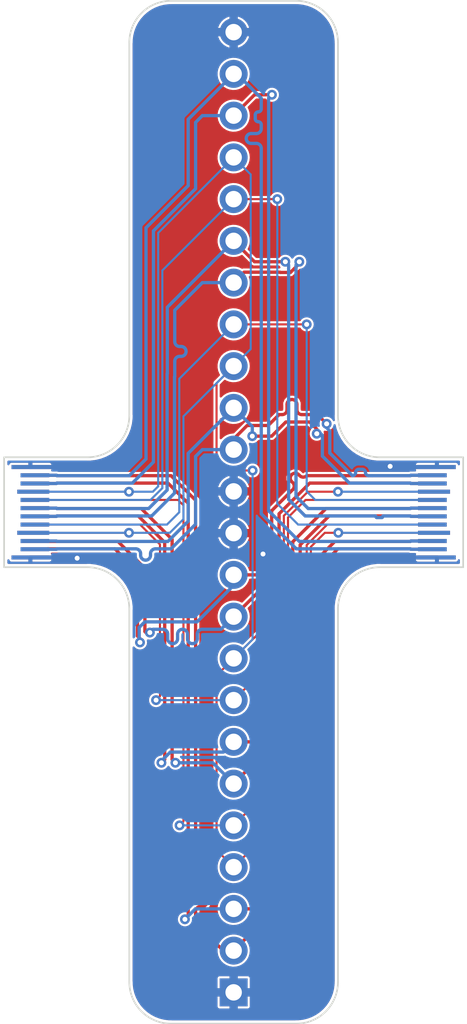
<source format=kicad_pcb>
(kicad_pcb (version 20210424) (generator pcbnew)
  (layers (0 "F.Cu" signal) (31 "B.Cu" signal) (34 "B.Paste" user) (35 "F.Paste" user) (36 "B.SilkS" user "B.Silkscreen") (37 "F.SilkS" user "F.Silkscreen") (38 "B.Mask" user) (39 "F.Mask" user) (44 "Edge.Cuts" user))
  (net 0 "")
  (net 1 "GND")
  (net 2 "/A3_A2_TX1+")
  (net 3 "/A3_A2_TX1-")
  (net 4 "VBUS")
  (net 5 "/A5_CC1")
  (net 6 "/A7_A6_D+")
  (net 7 "/A7_A6_D-")
  (net 8 "/A8_SBU1")
  (net 9 "/A10_A11_RX2-")
  (net 10 "/A10_A11_RX2+")
  (net 11 "/B3_B2_TX2+")
  (net 12 "/B3_B2_TX2-")
  (net 13 "/B5_CC2")
  (net 14 "/B7_B6_D+")
  (net 15 "/B7_B6_D-")
  (net 16 "/B8_SBU2")
  (net 17 "/B10_B11_RX1-")
  (net 18 "/B10_B11_RX1+")
  (footprint "Connector_PinHeader_2.54mm:PinHeader_1x24_P2.54mm_Vertical" (layer "F.Cu") (at 154.94 123.19 180)
    (fp_text reference "J3" hide)
    (fp_text value "Conn_01x24_Male" hide)
    (pad "1" thru_hole rect locked (at 0 0 180) (size 1.7 1.7) (drill 1) (layers *.Cu *.Mask) (net 1 "GND"))
    (pad "2" thru_hole oval locked (at 0 2.54 180) (size 1.7 1.7) (drill 1) (layers *.Cu *.Mask) (net 2 "/A3_A2_TX1+"))
    (pad "3" thru_hole oval locked (at 0 5.08 180) (size 1.7 1.7) (drill 1) (layers *.Cu *.Mask) (net 3 "/A3_A2_TX1-"))
    (pad "4" thru_hole oval locked (at 0 7.62 180) (size 1.7 1.7) (drill 1) (layers *.Cu *.Mask) (net 4 "VBUS"))
    (pad "5" thru_hole oval locked (at 0 10.16 180) (size 1.7 1.7) (drill 1) (layers *.Cu *.Mask) (net 5 "/A5_CC1"))
    (pad "6" thru_hole oval locked (at 0 12.7 180) (size 1.7 1.7) (drill 1) (layers *.Cu *.Mask) (net 6 "/A7_A6_D+"))
    (pad "7" thru_hole oval locked (at 0 15.24 180) (size 1.7 1.7) (drill 1) (layers *.Cu *.Mask) (net 7 "/A7_A6_D-"))
    (pad "8" thru_hole oval locked (at 0 17.78 180) (size 1.7 1.7) (drill 1) (layers *.Cu *.Mask) (net 8 "/A8_SBU1"))
    (pad "9" thru_hole oval locked (at 0 20.32 180) (size 1.7 1.7) (drill 1) (layers *.Cu *.Mask) (net 4 "VBUS"))
    (pad "10" thru_hole oval locked (at 0 22.86 180) (size 1.7 1.7) (drill 1) (layers *.Cu *.Mask) (net 9 "/A10_A11_RX2-"))
    (pad "11" thru_hole oval locked (at 0 25.4 180) (size 1.7 1.7) (drill 1) (layers *.Cu *.Mask) (net 10 "/A10_A11_RX2+"))
    (pad "12" thru_hole oval locked (at 0 27.94 180) (size 1.7 1.7) (drill 1) (layers *.Cu *.Mask) (net 1 "GND"))
    (pad "13" thru_hole oval locked (at 0 30.48 180) (size 1.7 1.7) (drill 1) (layers *.Cu *.Mask) (net 1 "GND"))
    (pad "14" thru_hole oval locked (at 0 33.02 180) (size 1.7 1.7) (drill 1) (layers *.Cu *.Mask) (net 11 "/B3_B2_TX2+"))
    (pad "15" thru_hole oval locked (at 0 35.56 180) (size 1.7 1.7) (drill 1) (layers *.Cu *.Mask) (net 12 "/B3_B2_TX2-"))
    (pad "16" thru_hole oval locked (at 0 38.1 180) (size 1.7 1.7) (drill 1) (layers *.Cu *.Mask) (net 4 "VBUS"))
    (pad "17" thru_hole oval locked (at 0 40.64 180) (size 1.7 1.7) (drill 1) (layers *.Cu *.Mask) (net 13 "/B5_CC2"))
    (pad "18" thru_hole oval locked (at 0 43.18 180) (size 1.7 1.7) (drill 1) (layers *.Cu *.Mask) (net 14 "/B7_B6_D+"))
    (pad "19" thru_hole oval locked (at 0 45.72 180) (size 1.7 1.7) (drill 1) (layers *.Cu *.Mask) (net 15 "/B7_B6_D-"))
    (pad "20" thru_hole oval locked (at 0 48.26 180) (size 1.7 1.7) (drill 1) (layers *.Cu *.Mask) (net 16 "/B8_SBU2"))
    (pad "21" thru_hole oval locked (at 0 50.8 180) (size 1.7 1.7) (drill 1) (layers *.Cu *.Mask) (net 4 "VBUS"))
    (pad "22" thru_hole oval locked (at 0 53.34 180) (size 1.7 1.7) (drill 1) (layers *.Cu *.Mask) (net 17 "/B10_B11_RX1-"))
    (pad "23" thru_hole oval locked (at 0 55.88 180) (size 1.7 1.7) (drill 1) (layers *.Cu *.Mask) (net 18 "/B10_B11_RX1+"))
    (pad "24" thru_hole oval locked (at 0 58.42 180) (size 1.7 1.7) (drill 1) (layers *.Cu *.Mask) (net 1 "GND"))
  )
  (footprint "FUSB301:USB_C_Receptable_PCB" (layer "F.Cu") (at 168.91 93.98 90)
    (fp_text reference "J1" hide)
    (fp_text value "USB_C_Receptacle" hide)
    (pad "A1" smd rect (at -2.75 -1.875 270) (size 0.25 2.3) (drill (offset 0 -0.275)) (layers "F.Cu" "F.Paste" "F.Mask") (net 1 "GND"))
    (pad "A2" smd rect (at -2.25 -1.875 270) (size 0.25 1.75) (layers "F.Cu" "F.Paste" "F.Mask") (net 2 "/A3_A2_TX1+"))
    (pad "A3" smd rect (at -1.75 -1.875 270) (size 0.25 1.75) (layers "F.Cu" "F.Paste" "F.Mask") (net 3 "/A3_A2_TX1-"))
    (pad "A4" smd rect (at -1.25 -1.875 270) (size 0.25 1.95) (drill (offset 0 -0.1)) (layers "F.Cu" "F.Paste" "F.Mask") (net 4 "VBUS"))
    (pad "A5" smd rect (at -0.75 -1.875 270) (size 0.25 1.75) (layers "F.Cu" "F.Paste" "F.Mask") (net 5 "/A5_CC1"))
    (pad "A6" smd rect (at -0.25 -1.875 270) (size 0.25 1.75) (layers "F.Cu" "F.Paste" "F.Mask") (net 6 "/A7_A6_D+"))
    (pad "A7" smd rect (at 0.25 -1.875 270) (size 0.25 1.75) (layers "F.Cu" "F.Paste" "F.Mask") (net 7 "/A7_A6_D-"))
    (pad "A8" smd rect (at 0.75 -1.875 270) (size 0.25 1.75) (layers "F.Cu" "F.Paste" "F.Mask") (net 8 "/A8_SBU1"))
    (pad "A9" smd rect (at 1.25 -1.875 270) (size 0.25 1.95) (drill (offset 0 -0.1)) (layers "F.Cu" "F.Paste" "F.Mask") (net 4 "VBUS"))
    (pad "A10" smd rect (at 1.75 -1.875 270) (size 0.25 1.75) (layers "F.Cu" "F.Paste" "F.Mask") (net 9 "/A10_A11_RX2-"))
    (pad "A11" smd rect (at 2.25 -1.875 270) (size 0.25 1.75) (layers "F.Cu" "F.Paste" "F.Mask") (net 10 "/A10_A11_RX2+"))
    (pad "A12" smd rect (at 2.75 -1.875 270) (size 0.25 2.3) (drill (offset 0 -0.275)) (layers "F.Cu" "F.Paste" "F.Mask") (net 1 "GND"))
    (pad "B1" smd rect (at 2.75 -1.875 270) (size 0.25 2.3) (drill (offset 0 -0.275)) (layers "B.Cu" "B.Paste" "B.Mask") (net 1 "GND"))
    (pad "B2" smd rect (at 2.25 -1.875 270) (size 0.25 1.75) (layers "B.Cu" "B.Paste" "B.Mask") (net 11 "/B3_B2_TX2+"))
    (pad "B3" smd rect (at 1.75 -1.875 270) (size 0.25 1.75) (layers "B.Cu" "B.Paste" "B.Mask") (net 12 "/B3_B2_TX2-"))
    (pad "B4" smd rect (at 1.25 -1.875 270) (size 0.25 1.95) (drill (offset 0 -0.1)) (layers "B.Cu" "B.Paste" "B.Mask") (net 4 "VBUS"))
    (pad "B5" smd rect (at 0.75 -1.875 270) (size 0.25 1.75) (layers "B.Cu" "B.Paste" "B.Mask") (net 13 "/B5_CC2"))
    (pad "B6" smd rect (at 0.25 -1.875 270) (size 0.25 1.75) (layers "B.Cu" "B.Paste" "B.Mask") (net 14 "/B7_B6_D+"))
    (pad "B7" smd rect (at -0.25 -1.875 270) (size 0.25 1.75) (layers "B.Cu" "B.Paste" "B.Mask") (net 15 "/B7_B6_D-"))
    (pad "B8" smd rect (at -0.75 -1.875 270) (size 0.25 1.75) (layers "B.Cu" "B.Paste" "B.Mask") (net 16 "/B8_SBU2"))
    (pad "B9" smd rect (at -1.25 -1.875 270) (size 0.25 1.95) (drill (offset 0 -0.1)) (layers "B.Cu" "B.Paste" "B.Mask") (net 4 "VBUS"))
    (pad "B10" smd rect (at -1.75 -1.875 270) (size 0.25 1.75) (layers "B.Cu" "B.Paste" "B.Mask") (net 17 "/B10_B11_RX1-"))
    (pad "B11" smd rect (at -2.25 -1.875 270) (size 0.25 1.75) (layers "B.Cu" "B.Paste" "B.Mask") (net 18 "/B10_B11_RX1+"))
    (pad "B12" smd rect (at -2.75 -1.875 270) (size 0.25 2.3) (drill (offset 0 -0.275)) (layers "B.Cu" "B.Paste" "B.Mask") (net 1 "GND"))
  )
  (footprint "FUSB301:USB_C_Receptable_PCB" (layer "F.Cu") (at 140.97 93.98 -90)
    (fp_text reference "J2" hide)
    (fp_text value "USB_C_Receptacle" hide)
    (pad "A1" smd rect (at -2.75 -1.875 90) (size 0.25 2.3) (drill (offset 0 -0.275)) (layers "F.Cu" "F.Paste" "F.Mask") (net 1 "GND"))
    (pad "A2" smd rect (at -2.25 -1.875 90) (size 0.25 1.75) (layers "F.Cu" "F.Paste" "F.Mask") (net 2 "/A3_A2_TX1+"))
    (pad "A3" smd rect (at -1.75 -1.875 90) (size 0.25 1.75) (layers "F.Cu" "F.Paste" "F.Mask") (net 3 "/A3_A2_TX1-"))
    (pad "A4" smd rect (at -1.25 -1.875 90) (size 0.25 1.95) (drill (offset 0 -0.1)) (layers "F.Cu" "F.Paste" "F.Mask") (net 4 "VBUS"))
    (pad "A5" smd rect (at -0.75 -1.875 90) (size 0.25 1.75) (layers "F.Cu" "F.Paste" "F.Mask") (net 5 "/A5_CC1"))
    (pad "A6" smd rect (at -0.25 -1.875 90) (size 0.25 1.75) (layers "F.Cu" "F.Paste" "F.Mask") (net 6 "/A7_A6_D+"))
    (pad "A7" smd rect (at 0.25 -1.875 90) (size 0.25 1.75) (layers "F.Cu" "F.Paste" "F.Mask") (net 7 "/A7_A6_D-"))
    (pad "A8" smd rect (at 0.75 -1.875 90) (size 0.25 1.75) (layers "F.Cu" "F.Paste" "F.Mask") (net 8 "/A8_SBU1"))
    (pad "A9" smd rect (at 1.25 -1.875 90) (size 0.25 1.95) (drill (offset 0 -0.1)) (layers "F.Cu" "F.Paste" "F.Mask") (net 4 "VBUS"))
    (pad "A10" smd rect (at 1.75 -1.875 90) (size 0.25 1.75) (layers "F.Cu" "F.Paste" "F.Mask") (net 9 "/A10_A11_RX2-"))
    (pad "A11" smd rect (at 2.25 -1.875 90) (size 0.25 1.75) (layers "F.Cu" "F.Paste" "F.Mask") (net 10 "/A10_A11_RX2+"))
    (pad "A12" smd rect (at 2.75 -1.875 90) (size 0.25 2.3) (drill (offset 0 -0.275)) (layers "F.Cu" "F.Paste" "F.Mask") (net 1 "GND"))
    (pad "B1" smd rect (at 2.75 -1.875 90) (size 0.25 2.3) (drill (offset 0 -0.275)) (layers "B.Cu" "B.Paste" "B.Mask") (net 1 "GND"))
    (pad "B2" smd rect (at 2.25 -1.875 90) (size 0.25 1.75) (layers "B.Cu" "B.Paste" "B.Mask") (net 11 "/B3_B2_TX2+"))
    (pad "B3" smd rect (at 1.75 -1.875 90) (size 0.25 1.75) (layers "B.Cu" "B.Paste" "B.Mask") (net 12 "/B3_B2_TX2-"))
    (pad "B4" smd rect (at 1.25 -1.875 90) (size 0.25 1.95) (drill (offset 0 -0.1)) (layers "B.Cu" "B.Paste" "B.Mask") (net 4 "VBUS"))
    (pad "B5" smd rect (at 0.75 -1.875 90) (size 0.25 1.75) (layers "B.Cu" "B.Paste" "B.Mask") (net 13 "/B5_CC2"))
    (pad "B6" smd rect (at 0.25 -1.875 90) (size 0.25 1.75) (layers "B.Cu" "B.Paste" "B.Mask") (net 14 "/B7_B6_D+"))
    (pad "B7" smd rect (at -0.25 -1.875 90) (size 0.25 1.75) (layers "B.Cu" "B.Paste" "B.Mask") (net 15 "/B7_B6_D-"))
    (pad "B8" smd rect (at -0.75 -1.875 90) (size 0.25 1.75) (layers "B.Cu" "B.Paste" "B.Mask") (net 16 "/B8_SBU2"))
    (pad "B9" smd rect (at -1.25 -1.875 90) (size 0.25 1.95) (drill (offset 0 -0.1)) (layers "B.Cu" "B.Paste" "B.Mask") (net 4 "VBUS"))
    (pad "B10" smd rect (at -1.75 -1.875 90) (size 0.25 1.75) (layers "B.Cu" "B.Paste" "B.Mask") (net 17 "/B10_B11_RX1-"))
    (pad "B11" smd rect (at -2.25 -1.875 90) (size 0.25 1.75) (layers "B.Cu" "B.Paste" "B.Mask") (net 18 "/B10_B11_RX1+"))
    (pad "B12" smd rect (at -2.75 -1.875 90) (size 0.25 2.3) (drill (offset 0 -0.275)) (layers "B.Cu" "B.Paste" "B.Mask") (net 1 "GND"))
  )
  (gr_arc (start 146.05 99.865002) (end 148.59 99.865002) (angle -90) (layer "Edge.Cuts") (width 0.1))
  (gr_arc (start 146.05 88.094998) (end 146.05 90.634998) (angle -90) (layer "Edge.Cuts") (width 0.1))
  (gr_line (start 148.59 88.094998) (end 148.59 65.405) (layer "Edge.Cuts") (width 0.1))
  (gr_arc (start 158.75 122.555) (end 158.75 125.095) (angle -90) (layer "Edge.Cuts") (width 0.1))
  (gr_line (start 140.97 97.325) (end 140.97 90.635) (layer "Edge.Cuts") (width 0.1))
  (gr_line (start 161.29 99.865002) (end 161.29 122.555) (layer "Edge.Cuts") (width 0.1))
  (gr_arc (start 163.83 99.865002) (end 163.83 97.325002) (angle -90) (layer "Edge.Cuts") (width 0.1))
  (gr_arc (start 163.83 88.094998) (end 161.29 88.094998) (angle -90) (layer "Edge.Cuts") (width 0.1))
  (gr_arc (start 151.13 122.555) (end 148.59 122.555) (angle -90) (layer "Edge.Cuts") (width 0.1))
  (gr_line (start 148.59 122.555) (end 148.59 99.865002) (layer "Edge.Cuts") (width 0.1))
  (gr_line (start 168.91 90.635) (end 168.91 97.325) (layer "Edge.Cuts") (width 0.1))
  (gr_line (start 140.97 90.635) (end 146.05 90.634998) (layer "Edge.Cuts") (width 0.1))
  (gr_line (start 146.05 97.325002) (end 140.97 97.325) (layer "Edge.Cuts") (width 0.1))
  (gr_arc (start 158.75 65.405) (end 161.29 65.405) (angle -90) (layer "Edge.Cuts") (width 0.1))
  (gr_line (start 168.91 97.325) (end 163.83 97.325002) (layer "Edge.Cuts") (width 0.1))
  (gr_arc (start 151.13 65.405) (end 151.13 62.865) (angle -90) (layer "Edge.Cuts") (width 0.1))
  (gr_line (start 158.75 125.095) (end 151.13 125.095) (layer "Edge.Cuts") (width 0.1))
  (gr_line (start 163.83 90.634998) (end 168.91 90.635) (layer "Edge.Cuts") (width 0.1))
  (gr_line (start 161.29 65.405) (end 161.29 88.094998) (layer "Edge.Cuts") (width 0.1))
  (gr_line (start 151.13 62.865) (end 158.75 62.865) (layer "Edge.Cuts") (width 0.1))
  (via (at 164.465 91.186) (size 0.6) (drill 0.3) (layers "F.Cu" "B.Cu") (net 1))
  (via (at 156.7285 96.52) (size 0.6) (drill 0.3) (layers "F.Cu" "B.Cu") (net 1))
  (via (at 145.415 96.774) (size 0.6) (drill 0.3) (layers "F.Cu" "B.Cu") (net 1))
  (segment (start 144.182501 91.755) (end 151.1282 91.755) (width 0.2) (layer "F.Cu") (net 2))
  (segment (start 144.157501 91.73) (end 144.182501 91.755) (width 0.2) (layer "F.Cu") (net 2))
  (segment (start 151.1282 91.755) (end 152.625001 93.251801) (width 0.2) (layer "F.Cu") (net 2))
  (segment (start 165.697499 96.205) (end 161.2882 96.205) (width 0.2) (layer "F.Cu") (net 2))
  (segment (start 161.2882 96.205) (end 160.37852 97.11468) (width 0.2) (layer "F.Cu") (net 2))
  (segment (start 152.625001 118.265001) (end 152.625001 118.315001) (width 0.2) (layer "F.Cu") (net 2))
  (segment (start 160.37852 115.21148) (end 154.94 120.65) (width 0.2) (layer "F.Cu") (net 2))
  (segment (start 152.625001 93.251801) (end 152.625001 117.065001) (width 0.2) (layer "F.Cu") (net 2))
  (segment (start 153.019726 117.965001) (end 152.925001 117.965001) (width 0.2) (layer "F.Cu") (net 2))
  (segment (start 142.845 91.73) (end 144.157501 91.73) (width 0.2) (layer "F.Cu") (net 2))
  (segment (start 152.625001 118.315001) (end 152.625001 118.970001) (width 0.2) (layer "F.Cu") (net 2))
  (segment (start 167.035 96.23) (end 165.722499 96.23) (width 0.2) (layer "F.Cu") (net 2))
  (segment (start 152.925001 117.365001) (end 153.019726 117.365001) (width 0.2) (layer "F.Cu") (net 2))
  (segment (start 154.305 120.65) (end 154.94 120.65) (width 0.2) (layer "F.Cu") (net 2))
  (segment (start 152.625001 118.970001) (end 154.305 120.65) (width 0.2) (layer "F.Cu") (net 2))
  (segment (start 160.37852 97.11468) (end 160.37852 115.21148) (width 0.2) (layer "F.Cu") (net 2))
  (segment (start 165.722499 96.23) (end 165.697499 96.205) (width 0.2) (layer "F.Cu") (net 2))
  (arc (start 152.625001 117.065001) (mid 152.712869 117.277133) (end 152.925001 117.365001) (width 0.2) (layer "F.Cu") (net 2))
  (arc (start 153.019726 117.365001) (mid 153.231858 117.452869) (end 153.319726 117.665001) (width 0.2) (layer "F.Cu") (net 2))
  (arc (start 152.925001 117.965001) (mid 152.712869 118.052869) (end 152.625001 118.265001) (width 0.2) (layer "F.Cu") (net 2))
  (arc (start 153.319726 117.665001) (mid 153.231858 117.877133) (end 153.019726 117.965001) (width 0.2) (layer "F.Cu") (net 2))
  (segment (start 165.722499 95.73) (end 167.035 95.73) (width 0.2) (layer "F.Cu") (net 3))
  (segment (start 159.92852 113.775083) (end 159.92852 96.92828) (width 0.2) (layer "F.Cu") (net 3))
  (segment (start 142.845 92.23) (end 144.157501 92.23) (width 0.2) (layer "F.Cu") (net 3))
  (segment (start 144.157501 92.23) (end 144.182501 92.205) (width 0.2) (layer "F.Cu") (net 3))
  (segment (start 159.92852 96.92828) (end 161.1018 95.755) (width 0.2) (layer "F.Cu") (net 3))
  (segment (start 159.538144 114.125083) (end 159.62852 114.125083) (width 0.2) (layer "F.Cu") (net 3))
  (segment (start 154.94 118.11) (end 156.843603 118.11) (width 0.2) (layer "F.Cu") (net 3))
  (segment (start 152.174999 118.545001) (end 151.975 118.745) (width 0.2) (layer "F.Cu") (net 3))
  (segment (start 165.697499 95.755) (end 165.722499 95.73) (width 0.2) (layer "F.Cu") (net 3))
  (segment (start 152.174999 93.438199) (end 152.174999 118.545001) (width 0.2) (layer "F.Cu") (net 3))
  (segment (start 159.62852 114.725083) (end 159.538144 114.725083) (width 0.2) (layer "F.Cu") (net 3))
  (segment (start 144.182501 92.205) (end 150.9418 92.205) (width 0.2) (layer "F.Cu") (net 3))
  (segment (start 150.9418 92.205) (end 152.174999 93.438199) (width 0.2) (layer "F.Cu") (net 3))
  (segment (start 161.1018 95.755) (end 165.697499 95.755) (width 0.2) (layer "F.Cu") (net 3))
  (segment (start 156.843603 118.11) (end 159.92852 115.025083) (width 0.2) (layer "F.Cu") (net 3))
  (segment (start 159.92852 113.825083) (end 159.92852 113.775083) (width 0.2) (layer "F.Cu") (net 3))
  (via (at 151.975 118.745) (size 0.6) (drill 0.3) (layers "F.Cu" "B.Cu") (net 3))
  (arc (start 159.62852 114.125083) (mid 159.840652 114.037215) (end 159.92852 113.825083) (width 0.2) (layer "F.Cu") (net 3))
  (arc (start 159.238144 114.425083) (mid 159.326012 114.212951) (end 159.538144 114.125083) (width 0.2) (layer "F.Cu") (net 3))
  (arc (start 159.92852 115.025083) (mid 159.840652 114.812951) (end 159.62852 114.725083) (width 0.2) (layer "F.Cu") (net 3))
  (arc (start 159.538144 114.725083) (mid 159.326012 114.637215) (end 159.238144 114.425083) (width 0.2) (layer "F.Cu") (net 3))
  (segment (start 152.61 118.11) (end 154.94 118.11) (width 0.2) (layer "B.Cu") (net 3))
  (segment (start 151.975 118.745) (end 152.61 118.11) (width 0.2) (layer "B.Cu") (net 3))
  (segment (start 154.670783 91.44) (end 153.899989 90.669206) (width 0.127) (layer "F.Cu") (net 4))
  (segment (start 153.899989 86.130011) (end 154.94 85.09) (width 0.127) (layer "F.Cu") (net 4))
  (segment (start 154.94 115.57) (end 153.899989 114.529989) (width 0.127) (layer "F.Cu") (net 4))
  (segment (start 167.035 92.73) (end 159.45835 92.73) (width 0.127) (layer "F.Cu") (net 4))
  (segment (start 159.63852 110.87148) (end 154.94 115.57) (width 0.127) (layer "F.Cu") (net 4))
  (segment (start 142.845 92.73) (end 148.5685 92.73) (width 0.127) (layer "F.Cu") (net 4))
  (segment (start 167.035 95.23) (end 160.491882 95.23) (width 0.127) (layer "F.Cu") (net 4))
  (segment (start 159.63852 96.083362) (end 159.63852 110.87148) (width 0.127) (layer "F.Cu") (net 4))
  (segment (start 159.45835 92.73) (end 157.99502 94.19333) (width 0.127) (layer "F.Cu") (net 4))
  (segment (start 157.99502 99.81498) (end 154.94 102.87) (width 0.127) (layer "F.Cu") (net 4))
  (segment (start 153.899989 103.910011) (end 154.94 102.87) (width 0.127) (layer "F.Cu") (net 4))
  (segment (start 160.491882 95.23) (end 159.63852 96.083362) (width 0.127) (layer "F.Cu") (net 4))
  (segment (start 153.899989 90.669206) (end 153.899989 86.130011) (width 0.127) (layer "F.Cu") (net 4))
  (segment (start 148.5685 95.23) (end 148.57 95.2285) (width 0.127) (layer "F.Cu") (net 4))
  (segment (start 142.845 95.23) (end 148.5685 95.23) (width 0.127) (layer "F.Cu") (net 4))
  (segment (start 148.5685 92.73) (end 148.57 92.7315) (width 0.127) (layer "F.Cu") (net 4))
  (segment (start 153.899989 114.529989) (end 153.899989 103.910011) (width 0.127) (layer "F.Cu") (net 4))
  (segment (start 157.99502 94.19333) (end 157.99502 99.81498) (width 0.127) (layer "F.Cu") (net 4))
  (segment (start 156.093499 91.44) (end 154.670783 91.44) (width 0.127) (layer "F.Cu") (net 4))
  (via (at 148.57 95.2285) (size 0.6) (drill 0.3) (layers "F.Cu" "B.Cu") (net 4))
  (via (at 148.57 92.7315) (size 0.6) (drill 0.3) (layers "F.Cu" "B.Cu") (net 4))
  (via (at 161.31 95.2285) (size 0.6) (drill 0.3) (layers "F.Cu" "B.Cu") (net 4))
  (via (at 161.29 92.7315) (size 0.6) (drill 0.3) (layers "F.Cu" "B.Cu") (net 4))
  (via (at 156.093499 91.44) (size 0.6) (drill 0.3) (layers "F.Cu" "B.Cu") (net 4))
  (segment (start 151.05665 95.23) (end 151.88498 94.40167) (width 0.127) (layer "B.Cu") (net 4))
  (segment (start 142.845 92.73) (end 150.023118 92.73) (width 0.127) (layer "B.Cu") (net 4))
  (segment (start 151.88498 88.14502) (end 154.94 85.09) (width 0.127) (layer "B.Cu") (net 4))
  (segment (start 151.88498 94.40167) (end 151.88498 88.14502) (width 0.127) (layer "B.Cu") (net 4))
  (segment (start 167.035 92.73) (end 161.2915 92.73) (width 0.127) (layer "B.Cu") (net 4))
  (segment (start 142.845 95.23) (end 151.05665 95.23) (width 0.127) (layer "B.Cu") (net 4))
  (segment (start 161.3115 95.23) (end 161.31 95.2285) (width 0.127) (layer "B.Cu") (net 4))
  (segment (start 155.980011 84.049989) (end 154.94 85.09) (width 0.127) (layer "B.Cu") (net 4))
  (segment (start 156.093499 101.716501) (end 156.093499 91.44) (width 0.127) (layer "B.Cu") (net 4))
  (segment (start 154.94 102.87) (end 156.093499 101.716501) (width 0.127) (layer "B.Cu") (net 4))
  (segment (start 150.023118 92.73) (end 150.347909 92.405209) (width 0.127) (layer "B.Cu") (net 4))
  (segment (start 154.94 72.39) (end 155.980011 73.430011) (width 0.127) (layer "B.Cu") (net 4))
  (segment (start 150.347909 76.982091) (end 154.94 72.39) (width 0.127) (layer "B.Cu") (net 4))
  (segment (start 155.980011 73.430011) (end 155.980011 84.049989) (width 0.127) (layer "B.Cu") (net 4))
  (segment (start 150.347909 92.405209) (end 150.347909 76.982091) (width 0.127) (layer "B.Cu") (net 4))
  (segment (start 161.2915 92.73) (end 161.29 92.7315) (width 0.127) (layer "B.Cu") (net 4))
  (segment (start 167.035 95.23) (end 161.3115 95.23) (width 0.127) (layer "B.Cu") (net 4))
  (segment (start 151.884979 112.79352) (end 151.648499 113.03) (width 0.127) (layer "F.Cu") (net 5))
  (segment (start 159.385 108.585) (end 154.94 113.03) (width 0.127) (layer "F.Cu") (net 5))
  (segment (start 160.63335 94.73) (end 159.385 95.97835) (width 0.127) (layer "F.Cu") (net 5))
  (segment (start 167.035 94.73) (end 160.63335 94.73) (width 0.127) (layer "F.Cu") (net 5))
  (segment (start 142.845 93.23) (end 151.55665 93.23) (width 0.127) (layer "F.Cu") (net 5))
  (segment (start 159.385 95.97835) (end 159.385 108.585) (width 0.127) (layer "F.Cu") (net 5))
  (segment (start 151.884979 93.558329) (end 151.884979 112.79352) (width 0.127) (layer "F.Cu") (net 5))
  (segment (start 151.55665 93.23) (end 151.884979 93.558329) (width 0.127) (layer "F.Cu") (net 5))
  (via (at 151.648499 113.03) (size 0.6) (drill 0.3) (layers "F.Cu" "B.Cu") (net 5))
  (segment (start 151.648499 113.03) (end 154.94 113.03) (width 0.127) (layer "B.Cu") (net 5))
  (segment (start 149.3182 93.755) (end 144.182501 93.755) (width 0.2) (layer "F.Cu") (net 6))
  (segment (start 151.19498 109.020001) (end 151.19498 106.74498) (width 0.2) (layer "F.Cu") (net 6))
  (segment (start 151.19498 105.54498) (end 151.19498 95.63178) (width 0.2) (layer "F.Cu") (net 6))
  (segment (start 158.98854 95.96466) (end 158.98854 106.44146) (width 0.2) (layer "F.Cu") (net 6))
  (segment (start 165.722499 94.23) (end 165.697499 94.205) (width 0.2) (layer "F.Cu") (net 6))
  (segment (start 144.182501 93.755) (end 144.157501 93.73) (width 0.2) (layer "F.Cu") (net 6))
  (segment (start 151.19498 105.90996) (end 151.19498 105.54498) (width 0.2) (layer "F.Cu") (net 6))
  (segment (start 151.19498 95.63178) (end 149.3182 93.755) (width 0.2) (layer "F.Cu") (net 6))
  (segment (start 151.394979 109.22) (end 151.19498 109.020001) (width 0.2) (layer "F.Cu") (net 6))
  (segment (start 158.98854 106.44146) (end 154.94 110.49) (width 0.2) (layer "F.Cu") (net 6))
  (segment (start 144.157501 93.73) (end 142.845 93.73) (width 0.2) (layer "F.Cu") (net 6))
  (segment (start 167.035 94.23) (end 165.722499 94.23) (width 0.2) (layer "F.Cu") (net 6))
  (segment (start 165.697499 94.205) (end 160.7482 94.205) (width 0.2) (layer "F.Cu") (net 6))
  (segment (start 151.43 106.50996) (end 151.43 106.14498) (width 0.2) (layer "F.Cu") (net 6))
  (segment (start 160.7482 94.205) (end 158.98854 95.96466) (width 0.2) (layer "F.Cu") (net 6))
  (via (at 151.394979 109.22) (size 0.6) (drill 0.3) (layers "F.Cu" "B.Cu") (net 6))
  (arc (start 151.31249 106.62747) (mid 151.395582 106.593052) (end 151.43 106.50996) (width 0.2) (layer "F.Cu") (net 6))
  (arc (start 151.19498 106.74498) (mid 151.229398 106.661888) (end 151.31249 106.62747) (width 0.2) (layer "F.Cu") (net 6))
  (arc (start 151.43 106.14498) (mid 151.395582 106.061888) (end 151.31249 106.02747) (width 0.2) (layer "F.Cu") (net 6))
  (arc (start 151.31249 106.02747) (mid 151.229398 105.993052) (end 151.19498 105.90996) (width 0.2) (layer "F.Cu") (net 6))
  (segment (start 153.67 109.22) (end 154.94 110.49) (width 0.2) (layer "B.Cu") (net 6))
  (segment (start 151.394979 109.22) (end 153.67 109.22) (width 0.2) (layer "B.Cu") (net 6))
  (segment (start 144.182501 94.205) (end 149.1318 94.205) (width 0.2) (layer "F.Cu") (net 7))
  (segment (start 150.744978 109.020001) (end 150.544979 109.22) (width 0.2) (layer "F.Cu") (net 7))
  (segment (start 160.5618 93.755) (end 165.697499 93.755) (width 0.2) (layer "F.Cu") (net 7))
  (segment (start 149.1318 94.205) (end 150.744978 95.818178) (width 0.2) (layer "F.Cu") (net 7))
  (segment (start 154.94 107.95) (end 156.843603 107.95) (width 0.2) (layer "F.Cu") (net 7))
  (segment (start 158.53854 105.005063) (end 158.53854 95.77826) (width 0.2) (layer "F.Cu") (net 7))
  (segment (start 158.53854 105.055063) (end 158.53854 105.005063) (width 0.2) (layer "F.Cu") (net 7))
  (segment (start 150.744978 95.818178) (end 150.744978 109.020001) (width 0.2) (layer "F.Cu") (net 7))
  (segment (start 165.697499 93.755) (end 165.722499 93.73) (width 0.2) (layer "F.Cu") (net 7))
  (segment (start 158.53854 95.77826) (end 160.5618 93.755) (width 0.2) (layer "F.Cu") (net 7))
  (segment (start 144.157501 94.23) (end 144.182501 94.205) (width 0.2) (layer "F.Cu") (net 7))
  (segment (start 142.845 94.23) (end 144.157501 94.23) (width 0.2) (layer "F.Cu") (net 7))
  (segment (start 158.148163 105.355063) (end 158.23854 105.355063) (width 0.2) (layer "F.Cu") (net 7))
  (segment (start 156.843603 107.95) (end 158.53854 106.255063) (width 0.2) (layer "F.Cu") (net 7))
  (segment (start 158.23854 105.955063) (end 158.148163 105.955063) (width 0.2) (layer "F.Cu") (net 7))
  (segment (start 165.722499 93.73) (end 167.035 93.73) (width 0.2) (layer "F.Cu") (net 7))
  (via (at 150.544979 109.22) (size 0.6) (drill 0.3) (layers "F.Cu" "B.Cu") (net 7))
  (arc (start 157.848163 105.655063) (mid 157.936031 105.442931) (end 158.148163 105.355063) (width 0.2) (layer "F.Cu") (net 7))
  (arc (start 158.23854 105.355063) (mid 158.450672 105.267195) (end 158.53854 105.055063) (width 0.2) (layer "F.Cu") (net 7))
  (arc (start 158.148163 105.955063) (mid 157.936031 105.867195) (end 157.848163 105.655063) (width 0.2) (layer "F.Cu") (net 7))
  (arc (start 158.53854 106.255063) (mid 158.450672 106.042931) (end 158.23854 105.955063) (width 0.2) (layer "F.Cu") (net 7))
  (segment (start 150.544979 109.108723) (end 151.083213 108.570489) (width 0.2) (layer "B.Cu") (net 7))
  (segment (start 151.083213 108.570489) (end 154.319511 108.570489) (width 0.2) (layer "B.Cu") (net 7))
  (segment (start 154.319511 108.570489) (end 154.94 107.95) (width 0.2) (layer "B.Cu") (net 7))
  (segment (start 150.544979 109.22) (end 150.544979 109.108723) (width 0.2) (layer "B.Cu") (net 7))
  (segment (start 167.035 93.23) (end 159.316882 93.23) (width 0.127) (layer "F.Cu") (net 8))
  (segment (start 159.316882 93.23) (end 158.24854 94.298342) (width 0.127) (layer "F.Cu") (net 8))
  (segment (start 142.845 94.73) (end 149.24665 94.73) (width 0.127) (layer "F.Cu") (net 8))
  (segment (start 149.24665 94.73) (end 150.454958 95.938308) (width 0.127) (layer "F.Cu") (net 8))
  (segment (start 150.454958 95.938308) (end 150.454958 105.17352) (width 0.127) (layer "F.Cu") (net 8))
  (segment (start 150.454958 105.17352) (end 150.218478 105.41) (width 0.127) (layer "F.Cu") (net 8))
  (segment (start 158.24854 94.298342) (end 158.24854 102.10146) (width 0.127) (layer "F.Cu") (net 8))
  (segment (start 158.24854 102.10146) (end 154.94 105.41) (width 0.127) (layer "F.Cu") (net 8))
  (via (at 150.218478 105.41) (size 0.6) (drill 0.3) (layers "F.Cu" "B.Cu") (net 8))
  (segment (start 150.218478 105.41) (end 154.94 105.41) (width 0.127) (layer "B.Cu") (net 8))
  (segment (start 149.539511 97.396701) (end 149.539511 101.238622) (width 0.2) (layer "F.Cu") (net 9))
  (segment (start 143.595 95.73) (end 143.62 95.755) (width 0.2) (layer "F.Cu") (net 9))
  (segment (start 159.5732 92.205) (end 157.705 94.0732) (width 0.2) (layer "F.Cu") (net 9))
  (segment (start 142.845 95.73) (end 143.595 95.73) (width 0.2) (layer "F.Cu") (net 9))
  (segment (start 157.705 97.565) (end 154.94 100.33) (width 0.2) (layer "F.Cu") (net 9))
  (segment (start 149.539511 101.238622) (end 149.600368 101.299479) (width 0.2) (layer "F.Cu") (net 9))
  (segment (start 149.600368 101.299479) (end 149.840479 101.299479) (width 0.2) (layer "F.Cu") (net 9))
  (segment (start 167.035 92.23) (end 165.722499 92.23) (width 0.2) (layer "F.Cu") (net 9))
  (segment (start 165.722499 92.23) (end 165.697499 92.205) (width 0.2) (layer "F.Cu") (net 9))
  (segment (start 165.697499 92.205) (end 159.5732 92.205) (width 0.2) (layer "F.Cu") (net 9))
  (segment (start 157.705 94.0732) (end 157.705 97.565) (width 0.2) (layer "F.Cu") (net 9))
  (segment (start 147.89781 95.755) (end 149.539511 97.396701) (width 0.2) (layer "F.Cu") (net 9))
  (segment (start 143.62 95.755) (end 147.89781 95.755) (width 0.2) (layer "F.Cu") (net 9))
  (via (at 149.840479 101.299479) (size 0.6) (drill 0.3) (layers "F.Cu" "B.Cu") (net 9))
  (segment (start 151.529488 101.672656) (end 151.529488 101.399488) (width 0.2) (layer "B.Cu") (net 9))
  (segment (start 152.729488 101.672656) (end 152.729488 101.399488) (width 0.2) (layer "B.Cu") (net 9))
  (segment (start 154.170512 101.099488) (end 154.94 100.33) (width 0.2) (layer "B.Cu") (net 9))
  (segment (start 153.079488 101.099488) (end 154.170512 101.099488) (width 0.2) (layer "B.Cu") (net 9))
  (segment (start 153.029488 101.099488) (end 153.079488 101.099488) (width 0.2) (layer "B.Cu") (net 9))
  (segment (start 152.129488 101.399488) (end 152.129488 101.672656) (width 0.2) (layer "B.Cu") (net 9))
  (segment (start 149.840479 101.299479) (end 150.04047 101.099488) (width 0.2) (layer "B.Cu") (net 9))
  (segment (start 150.04047 101.099488) (end 150.629488 101.099488) (width 0.2) (layer "B.Cu") (net 9))
  (segment (start 150.929488 101.399488) (end 150.929488 101.672656) (width 0.2) (layer "B.Cu") (net 9))
  (arc (start 151.229488 101.972656) (mid 151.44162 101.884788) (end 151.529488 101.672656) (width 0.2) (layer "B.Cu") (net 9))
  (arc (start 152.129488 101.672656) (mid 152.217356 101.884788) (end 152.429488 101.972656) (width 0.2) (layer "B.Cu") (net 9))
  (arc (start 151.829488 101.099488) (mid 152.04162 101.187356) (end 152.129488 101.399488) (width 0.2) (layer "B.Cu") (net 9))
  (arc (start 152.729488 101.399488) (mid 152.817356 101.187356) (end 153.029488 101.099488) (width 0.2) (layer "B.Cu") (net 9))
  (arc (start 151.529488 101.399488) (mid 151.617356 101.187356) (end 151.829488 101.099488) (width 0.2) (layer "B.Cu") (net 9))
  (arc (start 150.929488 101.672656) (mid 151.017356 101.884788) (end 151.229488 101.972656) (width 0.2) (layer "B.Cu") (net 9))
  (arc (start 152.429488 101.972656) (mid 152.64162 101.884788) (end 152.729488 101.672656) (width 0.2) (layer "B.Cu") (net 9))
  (arc (start 150.629488 101.099488) (mid 150.84162 101.187356) (end 150.929488 101.399488) (width 0.2) (layer "B.Cu") (net 9))
  (segment (start 149.08952 97.583093) (end 149.08952 101.510493) (width 0.2) (layer "F.Cu") (net 10))
  (segment (start 165.722499 91.73) (end 165.697499 91.755) (width 0.2) (layer "F.Cu") (net 10))
  (segment (start 158.962534 91.755) (end 158.962535 91.755) (width 0.2) (layer "F.Cu") (net 10))
  (segment (start 157.255 97.378603) (end 156.843603 97.79) (width 0.2) (layer "F.Cu") (net 10))
  (segment (start 149.239437 101.66041) (end 149.239437 101.900521) (width 0.2) (layer "F.Cu") (net 10))
  (segment (start 158.53827 92.603527) (end 158.538271 92.603528) (width 0.2) (layer "F.Cu") (net 10))
  (segment (start 142.845 96.23) (end 143.595 96.23) (width 0.2) (layer "F.Cu") (net 10))
  (segment (start 143.595 96.23) (end 143.62 96.205) (width 0.2) (layer "F.Cu") (net 10))
  (segment (start 143.62 96.205) (end 147.711427 96.205) (width 0.2) (layer "F.Cu") (net 10))
  (segment (start 149.08952 101.510493) (end 149.239437 101.66041) (width 0.2) (layer "F.Cu") (net 10))
  (segment (start 167.035 91.73) (end 165.722499 91.73) (width 0.2) (layer "F.Cu") (net 10))
  (segment (start 158.962535 91.755) (end 158.898628 91.691093) (width 0.2) (layer "F.Cu") (net 10))
  (segment (start 156.843603 97.79) (end 154.94 97.79) (width 0.2) (layer "F.Cu") (net 10))
  (segment (start 157.255 93.8868) (end 157.255 97.378603) (width 0.2) (layer "F.Cu") (net 10))
  (segment (start 165.697499 91.755) (end 159.3868 91.755) (width 0.2) (layer "F.Cu") (net 10))
  (segment (start 147.711427 96.205) (end 149.08952 97.583093) (width 0.2) (layer "F.Cu") (net 10))
  (segment (start 158.474364 92.115357) (end 158.53827 92.179263) (width 0.2) (layer "F.Cu") (net 10))
  (segment (start 158.538271 92.603528) (end 157.255 93.8868) (width 0.2) (layer "F.Cu") (net 10))
  (via (at 149.239437 101.900521) (size 0.6) (drill 0.3) (layers "F.Cu" "B.Cu") (net 10))
  (arc (start 159.3868 91.755) (mid 159.174667 91.842868) (end 158.962534 91.755) (width 0.2) (layer "F.Cu") (net 10))
  (arc (start 158.53827 92.179263) (mid 158.626138 92.391395) (end 158.53827 92.603527) (width 0.2) (layer "F.Cu") (net 10))
  (arc (start 158.898628 91.691093) (mid 158.686496 91.603225) (end 158.474364 91.691093) (width 0.2) (layer "F.Cu") (net 10))
  (arc (start 158.474364 91.691093) (mid 158.386496 91.903225) (end 158.474364 92.115357) (width 0.2) (layer "F.Cu") (net 10))
  (segment (start 149.190968 101.852052) (end 149.190968 100.987713) (width 0.2) (layer "B.Cu") (net 10))
  (segment (start 152.715032 100.649968) (end 154.94 98.425) (width 0.2) (layer "B.Cu") (net 10))
  (segment (start 149.528713 100.649968) (end 152.715032 100.649968) (width 0.2) (layer "B.Cu") (net 10))
  (segment (start 149.190968 100.987713) (end 149.528713 100.649968) (width 0.2) (layer "B.Cu") (net 10))
  (segment (start 154.94 98.425) (end 154.94 97.79) (width 0.2) (layer "B.Cu") (net 10))
  (segment (start 149.239437 101.900521) (end 149.190968 101.852052) (width 0.2) (layer "B.Cu") (net 10))
  (segment (start 158.19 87.74) (end 158.19 87.42094) (width 0.2) (layer "F.Cu") (net 11))
  (segment (start 154.94 89.523146) (end 155.762476 88.70067) (width 0.2) (layer "F.Cu") (net 11))
  (segment (start 158.79 87.42094) (end 158.79 87.74) (width 0.2) (layer "F.Cu") (net 11))
  (segment (start 155.762476 88.70067) (end 157.04433 88.70067) (width 0.2) (layer "F.Cu") (net 11))
  (segment (start 157.705 88.04) (end 157.89 88.04) (width 0.2) (layer "F.Cu") (net 11))
  (segment (start 160.041042 88.04) (end 160.600521 88.599479) (width 0.2) (layer "F.Cu") (net 11))
  (segment (start 157.04433 88.70067) (end 157.705 88.04) (width 0.2) (layer "F.Cu") (net 11))
  (segment (start 154.94 90.17) (end 154.94 89.523146) (width 0.2) (layer "F.Cu") (net 11))
  (segment (start 159.09 88.04) (end 159.14 88.04) (width 0.2) (layer "F.Cu") (net 11))
  (segment (start 159.14 88.04) (end 160.041042 88.04) (width 0.2) (layer "F.Cu") (net 11))
  (via (at 160.600521 88.599479) (size 0.6) (drill 0.3) (layers "F.Cu" "B.Cu") (net 11))
  (via (at 160.600521 88.599479) (size 0.6) (drill 0.3) (layers "F.Cu" "B.Cu") (net 11))
  (arc (start 158.79 87.74) (mid 158.877868 87.952132) (end 159.09 88.04) (width 0.2) (layer "F.Cu") (net 11))
  (arc (start 157.89 88.04) (mid 158.102132 87.952132) (end 158.19 87.74) (width 0.2) (layer "F.Cu") (net 11))
  (arc (start 158.19 87.42094) (mid 158.277868 87.208808) (end 158.49 87.12094) (width 0.2) (layer "F.Cu") (net 11))
  (arc (start 158.49 87.12094) (mid 158.702132 87.208808) (end 158.79 87.42094) (width 0.2) (layer "F.Cu") (net 11))
  (segment (start 154.94 90.17) (end 153.036397 90.17) (width 0.2) (layer "B.Cu") (net 11))
  (segment (start 149.28 96.595377) (end 149.28 96.505) (width 0.2) (layer "B.Cu") (net 11))
  (segment (start 152.625 94.7082) (end 151.1282 96.205) (width 0.2) (layer "B.Cu") (net 11))
  (segment (start 147.73 96.205) (end 144.182501 96.205) (width 0.2) (layer "B.Cu") (net 11))
  (segment (start 153.036397 90.17) (end 152.625 90.581397) (width 0.2) (layer "B.Cu") (net 11))
  (segment (start 149.88 96.505) (end 149.88 96.595377) (width 0.2) (layer "B.Cu") (net 11))
  (segment (start 144.182501 96.205) (end 144.157501 96.23) (width 0.2) (layer "B.Cu") (net 11))
  (segment (start 144.157501 96.23) (end 142.845 96.23) (width 0.2) (layer "B.Cu") (net 11))
  (segment (start 165.722499 91.73) (end 167.035 91.73) (width 0.2) (layer "B.Cu") (net 11))
  (segment (start 151.1282 96.205) (end 150.18 96.205) (width 0.2) (layer "B.Cu") (net 11))
  (segment (start 165.697499 91.755) (end 165.722499 91.73) (width 0.2) (layer "B.Cu") (net 11))
  (segment (start 163.368573 91.755) (end 165.697499 91.755) (width 0.2) (layer "B.Cu") (net 11))
  (segment (start 148.98 96.205) (end 147.73 96.205) (width 0.2) (layer "B.Cu") (net 11))
  (segment (start 160.79048 90.376907) (end 162.168573 91.755) (width 0.2) (layer "B.Cu") (net 11))
  (segment (start 162.557051 91.366522) (end 162.768573 91.366522) (width 0.2) (layer "B.Cu") (net 11))
  (segment (start 152.625 90.581397) (end 152.625 94.7082) (width 0.2) (layer "B.Cu") (net 11))
  (segment (start 160.600521 88.599479) (end 160.600521 88.83959) (width 0.2) (layer "B.Cu") (net 11))
  (segment (start 160.600521 88.83959) (end 160.79048 89.029549) (width 0.2) (layer "B.Cu") (net 11))
  (segment (start 160.79048 89.029549) (end 160.79048 90.376907) (width 0.2) (layer "B.Cu") (net 11))
  (segment (start 163.157051 91.755) (end 163.368573 91.755) (width 0.2) (layer "B.Cu") (net 11))
  (arc (start 149.58 96.895377) (mid 149.367868 96.807509) (end 149.28 96.595377) (width 0.2) (layer "B.Cu") (net 11))
  (arc (start 162.962812 91.560761) (mid 163.019703 91.698109) (end 163.157051 91.755) (width 0.2) (layer "B.Cu") (net 11))
  (arc (start 162.768573 91.366522) (mid 162.905921 91.423413) (end 162.962812 91.560761) (width 0.2) (layer "B.Cu") (net 11))
  (arc (start 149.28 96.505) (mid 149.192132 96.292868) (end 148.98 96.205) (width 0.2) (layer "B.Cu") (net 11))
  (arc (start 149.88 96.595377) (mid 149.792132 96.807509) (end 149.58 96.895377) (width 0.2) (layer "B.Cu") (net 11))
  (arc (start 162.362812 91.560761) (mid 162.419703 91.423413) (end 162.557051 91.366522) (width 0.2) (layer "B.Cu") (net 11))
  (arc (start 150.18 96.205) (mid 149.967868 96.292868) (end 149.88 96.505) (width 0.2) (layer "B.Cu") (net 11))
  (arc (start 162.168573 91.755) (mid 162.305921 91.698109) (end 162.362812 91.560761) (width 0.2) (layer "B.Cu") (net 11))
  (segment (start 159.999479 88.917678) (end 159.999479 89.200521) (width 0.2) (layer "F.Cu") (net 12))
  (segment (start 159.571801 88.49) (end 159.999479 88.917678) (width 0.2) (layer "F.Cu") (net 12))
  (segment (start 158.115 88.49) (end 157.254819 89.350181) (width 0.2) (layer "F.Cu") (net 12))
  (segment (start 158.115 88.49) (end 159.571801 88.49) (width 0.2) (layer "F.Cu") (net 12))
  (segment (start 157.254819 89.350181) (end 156.074242 89.350181) (width 0.2) (layer "F.Cu") (net 12))
  (via (at 159.999479 89.200521) (size 0.6) (drill 0.3) (layers "F.Cu" "B.Cu") (net 12))
  (via (at 156.074242 89.350181) (size 0.6) (drill 0.3) (layers "F.Cu" "B.Cu") (net 12))
  (via (at 159.999479 89.200521) (size 0.6) (drill 0.3) (layers "F.Cu" "B.Cu") (net 12))
  (segment (start 160.23959 89.200521) (end 159.999479 89.200521) (width 0.2) (layer "B.Cu") (net 12))
  (segment (start 152.175 94.5218) (end 152.175 90.395) (width 0.2) (layer "B.Cu") (net 12))
  (segment (start 165.697499 92.205) (end 161.98219 92.205) (width 0.2) (layer "B.Cu") (net 12))
  (segment (start 150.9418 95.755) (end 152.175 94.5218) (width 0.2) (layer "B.Cu") (net 12))
  (segment (start 160.340489 90.563299) (end 160.340489 89.30142) (width 0.2) (layer "B.Cu") (net 12))
  (segment (start 165.722499 92.23) (end 165.697499 92.205) (width 0.2) (layer "B.Cu") (net 12))
  (segment (start 160.340489 89.30142) (end 160.23959 89.200521) (width 0.2) (layer "B.Cu") (net 12))
  (segment (start 152.175 90.395) (end 154.94 87.63) (width 0.2) (layer "B.Cu") (net 12))
  (segment (start 161.98219 92.205) (end 160.340489 90.563299) (width 0.2) (layer "B.Cu") (net 12))
  (segment (start 167.035 92.23) (end 165.722499 92.23) (width 0.2) (layer "B.Cu") (net 12))
  (segment (start 156.074242 89.350181) (end 156.074242 88.764242) (width 0.2) (layer "B.Cu") (net 12))
  (segment (start 142.845 95.73) (end 144.157501 95.73) (width 0.2) (layer "B.Cu") (net 12))
  (segment (start 156.074242 88.764242) (end 154.94 87.63) (width 0.2) (layer "B.Cu") (net 12))
  (segment (start 144.182501 95.755) (end 150.9418 95.755) (width 0.2) (layer "B.Cu") (net 12))
  (segment (start 144.157501 95.73) (end 144.182501 95.755) (width 0.2) (layer "B.Cu") (net 12))
  (segment (start 159.385 82.55) (end 154.94 82.55) (width 0.127) (layer "F.Cu") (net 13))
  (via (at 159.385 82.55) (size 0.6) (drill 0.3) (layers "F.Cu" "B.Cu") (net 13))
  (segment (start 142.845 94.73) (end 150.88146 94.73) (width 0.127) (layer "B.Cu") (net 13))
  (segment (start 151.63146 85.85854) (end 154.94 82.55) (width 0.127) (layer "B.Cu") (net 13))
  (segment (start 159.385 92.71) (end 159.385 82.55) (width 0.127) (layer "B.Cu") (net 13))
  (segment (start 150.88146 94.73) (end 151.63146 93.98) (width 0.127) (layer "B.Cu") (net 13))
  (segment (start 151.63146 93.98) (end 151.63146 85.85854) (width 0.127) (layer "B.Cu") (net 13))
  (segment (start 167.035 93.23) (end 159.905 93.23) (width 0.127) (layer "B.Cu") (net 13))
  (segment (start 159.905 93.23) (end 159.385 92.71) (width 0.127) (layer "B.Cu") (net 13))
  (segment (start 157.774735 79.389511) (end 157.760224 79.375) (width 0.2) (layer "F.Cu") (net 14))
  (segment (start 158.936501 78.851277) (end 158.398267 79.389511) (width 0.2) (layer "F.Cu") (net 14))
  (segment (start 155.575 79.375) (end 154.94 80.01) (width 0.2) (layer "F.Cu") (net 14))
  (segment (start 158.936501 78.74) (end 158.936501 78.851277) (width 0.2) (layer "F.Cu") (net 14))
  (segment (start 157.760224 79.375) (end 155.575 79.375) (width 0.2) (layer "F.Cu") (net 14))
  (segment (start 158.398267 79.389511) (end 157.774735 79.389511) (width 0.2) (layer "F.Cu") (net 14))
  (via (at 158.936501 78.74) (size 0.6) (drill 0.3) (layers "F.Cu" "B.Cu") (net 14))
  (segment (start 151.355 84.845) (end 151.355 85.72485) (width 0.2) (layer "B.Cu") (net 14))
  (segment (start 144.182501 94.205) (end 144.157501 94.23) (width 0.2) (layer "B.Cu") (net 14))
  (segment (start 151.745377 84.495) (end 151.655 84.495) (width 0.2) (layer "B.Cu") (net 14))
  (segment (start 165.697499 93.755) (end 159.4782 93.755) (width 0.2) (layer "B.Cu") (net 14))
  (segment (start 151.34144 92.81676) (end 149.9532 94.205) (width 0.2) (layer "B.Cu") (net 14))
  (segment (start 158.736502 93.013302) (end 158.736502 78.939999) (width 0.2) (layer "B.Cu") (net 14))
  (segment (start 151.655 83.895) (end 151.745377 83.895) (width 0.2) (layer "B.Cu") (net 14))
  (segment (start 153.036397 80.01) (end 151.355 81.691397) (width 0.2) (layer "B.Cu") (net 14))
  (segment (start 144.157501 94.23) (end 142.845 94.23) (width 0.2) (layer "B.Cu") (net 14))
  (segment (start 149.9532 94.205) (end 144.182501 94.205) (width 0.2) (layer "B.Cu") (net 14))
  (segment (start 154.94 80.01) (end 153.036397 80.01) (width 0.2) (layer "B.Cu") (net 14))
  (segment (start 151.355 84.795) (end 151.355 84.845) (width 0.2) (layer "B.Cu") (net 14))
  (segment (start 151.34144 85.73841) (end 151.34144 92.81676) (width 0.2) (layer "B.Cu") (net 14))
  (segment (start 151.355 81.691397) (end 151.355 83.595) (width 0.2) (layer "B.Cu") (net 14))
  (segment (start 165.722499 93.73) (end 165.697499 93.755) (width 0.2) (layer "B.Cu") (net 14))
  (segment (start 151.355 85.72485) (end 151.34144 85.73841) (width 0.2) (layer "B.Cu") (net 14))
  (segment (start 158.736502 78.939999) (end 158.936501 78.74) (width 0.2) (layer "B.Cu") (net 14))
  (segment (start 159.4782 93.755) (end 158.736502 93.013302) (width 0.2) (layer "B.Cu") (net 14))
  (segment (start 167.035 93.73) (end 165.722499 93.73) (width 0.2) (layer "B.Cu") (net 14))
  (arc (start 151.655 84.495) (mid 151.442868 84.582868) (end 151.355 84.795) (width 0.2) (layer "B.Cu") (net 14))
  (arc (start 152.045377 84.195) (mid 151.957509 84.407132) (end 151.745377 84.495) (width 0.2) (layer "B.Cu") (net 14))
  (arc (start 151.745377 83.895) (mid 151.957509 83.982868) (end 152.045377 84.195) (width 0.2) (layer "B.Cu") (net 14))
  (arc (start 151.355 83.595) (mid 151.442868 83.807132) (end 151.655 83.895) (width 0.2) (layer "B.Cu") (net 14))
  (segment (start 158.086501 78.74) (end 156.21 78.74) (width 0.2) (layer "F.Cu") (net 15))
  (segment (start 156.21 78.74) (end 154.94 77.47) (width 0.2) (layer "F.Cu") (net 15))
  (via (at 158.086501 78.74) (size 0.6) (drill 0.3) (layers "F.Cu" "B.Cu") (net 15))
  (segment (start 165.697499 94.205) (end 164.055 94.205) (width 0.2) (layer "B.Cu") (net 15))
  (segment (start 163.547 94.205) (end 159.2918 94.205) (width 0.2) (layer "B.Cu") (net 15))
  (segment (start 150.905 81.505) (end 154.94 77.47) (width 0.2) (layer "B.Cu") (net 15))
  (segment (start 163.955 94.305) (end 163.655 94.305) (width 0.2) (layer "B.Cu") (net 15))
  (segment (start 150.891449 85.552017) (end 150.905 85.538466) (width 0.2) (layer "B.Cu") (net 15))
  (segment (start 163.555 94.205) (end 163.547 94.205) (width 0.2) (layer "B.Cu") (net 15))
  (segment (start 158.2865 78.939999) (end 158.086501 78.74) (width 0.2) (layer "B.Cu") (net 15))
  (segment (start 144.157501 93.73) (end 144.182501 93.755) (width 0.2) (layer "B.Cu") (net 15))
  (segment (start 144.182501 93.755) (end 149.7668 93.755) (width 0.2) (layer "B.Cu") (net 15))
  (segment (start 159.2918 94.205) (end 158.2865 93.1997) (width 0.2) (layer "B.Cu") (net 15))
  (segment (start 150.891449 92.630351) (end 150.891449 85.552017) (width 0.2) (layer "B.Cu") (net 15))
  (segment (start 142.845 93.73) (end 144.157501 93.73) (width 0.2) (layer "B.Cu") (net 15))
  (segment (start 167.035 94.23) (end 165.722499 94.23) (width 0.2) (layer "B.Cu") (net 15))
  (segment (start 149.7668 93.755) (end 150.891449 92.630351) (width 0.2) (layer "B.Cu") (net 15))
  (segment (start 165.722499 94.23) (end 165.697499 94.205) (width 0.2) (layer "B.Cu") (net 15))
  (segment (start 158.2865 93.1997) (end 158.2865 78.939999) (width 0.2) (layer "B.Cu") (net 15))
  (segment (start 150.905 85.538466) (end 150.905 81.505) (width 0.2) (layer "B.Cu") (net 15))
  (arc (start 164.005 94.255) (mid 163.990355 94.290355) (end 163.955 94.305) (width 0.2) (layer "B.Cu") (net 15))
  (arc (start 163.655 94.305) (mid 163.619645 94.290355) (end 163.605 94.255) (width 0.2) (layer "B.Cu") (net 15))
  (arc (start 164.055 94.205) (mid 164.019645 94.219645) (end 164.005 94.255) (width 0.2) (layer "B.Cu") (net 15))
  (arc (start 163.605 94.255) (mid 163.590355 94.219645) (end 163.555 94.205) (width 0.2) (layer "B.Cu") (net 15))
  (segment (start 157.596501 74.93) (end 154.94 74.93) (width 0.127) (layer "F.Cu") (net 16))
  (via (at 157.596501 74.93) (size 0.6) (drill 0.3) (layers "F.Cu" "B.Cu") (net 16))
  (segment (start 167.035 94.73) (end 158.865 94.73) (width 0.127) (layer "B.Cu") (net 16))
  (segment (start 158.865 94.73) (end 157.596501 93.461501) (width 0.127) (layer "B.Cu") (net 16))
  (segment (start 150.601429 79.268571) (end 154.94 74.93) (width 0.127) (layer "B.Cu") (net 16))
  (segment (start 157.596501 93.461501) (end 157.596501 74.93) (width 0.127) (layer "B.Cu") (net 16))
  (segment (start 149.88165 93.23) (end 150.601429 92.510221) (width 0.127) (layer "B.Cu") (net 16))
  (segment (start 150.601429 92.510221) (end 150.601429 79.268571) (width 0.127) (layer "B.Cu") (net 16))
  (segment (start 142.845 93.23) (end 149.88165 93.23) (width 0.127) (layer "B.Cu") (net 16))
  (segment (start 157.27 68.58) (end 156.21 68.58) (width 0.2) (layer "F.Cu") (net 17))
  (segment (start 156.21 68.58) (end 154.94 69.85) (width 0.2) (layer "F.Cu") (net 17))
  (via (at 157.27 68.58) (size 0.6) (drill 0.3) (layers "F.Cu" "B.Cu") (net 17))
  (segment (start 152.625 74.29485) (end 152.625 70.261397) (width 0.2) (layer "B.Cu") (net 17))
  (segment (start 157.070001 93.886801) (end 157.070001 68.779999) (width 0.2) (layer "B.Cu") (net 17))
  (segment (start 165.697499 95.755) (end 158.9382 95.755) (width 0.2) (layer "B.Cu") (net 17))
  (segment (start 165.722499 95.73) (end 165.697499 95.755) (width 0.2) (layer "B.Cu") (net 17))
  (segment (start 148.7782 92.205) (end 150.057889 90.925311) (width 0.2) (layer "B.Cu") (net 17))
  (segment (start 153.036397 69.85) (end 154.94 69.85) (width 0.2) (layer "B.Cu") (net 17))
  (segment (start 150.057889 76.861961) (end 152.625 74.29485) (width 0.2) (layer "B.Cu") (net 17))
  (segment (start 167.035 95.73) (end 165.722499 95.73) (width 0.2) (layer "B.Cu") (net 17))
  (segment (start 152.625 70.261397) (end 153.036397 69.85) (width 0.2) (layer "B.Cu") (net 17))
  (segment (start 150.057889 90.925311) (end 150.057889 76.861961) (width 0.2) (layer "B.Cu") (net 17))
  (segment (start 158.9382 95.755) (end 157.070001 93.886801) (width 0.2) (layer "B.Cu") (net 17))
  (segment (start 144.182501 92.205) (end 148.7782 92.205) (width 0.2) (layer "B.Cu") (net 17))
  (segment (start 157.070001 68.779999) (end 157.27 68.58) (width 0.2) (layer "B.Cu") (net 17))
  (segment (start 144.157501 92.23) (end 144.182501 92.205) (width 0.2) (layer "B.Cu") (net 17))
  (segment (start 142.845 92.23) (end 144.157501 92.23) (width 0.2) (layer "B.Cu") (net 17))
  (segment (start 165.697499 96.205) (end 165.722499 96.23) (width 0.2) (layer "B.Cu") (net 18))
  (segment (start 156.005848 71.540001) (end 156.319999 71.540001) (width 0.2) (layer "B.Cu") (net 18))
  (segment (start 156.619999 94.073199) (end 158.7518 96.205) (width 0.2) (layer "B.Cu") (net 18))
  (segment (start 156.619999 70.404151) (end 156.619999 70.640001) (width 0.2) (layer "B.Cu") (net 18))
  (segment (start 156.319999 70.940001) (end 156.005848 70.940001) (width 0.2) (layer "B.Cu") (net 18))
  (segment (start 156.619999 71.840001) (end 156.619999 71.890001) (width 0.2) (layer "B.Cu") (net 18))
  (segment (start 149.607898 90.738902) (end 149.607898 76.675568) (width 0.2) (layer "B.Cu") (net 18))
  (segment (start 142.845 91.73) (end 144.157501 91.73) (width 0.2) (layer "B.Cu") (net 18))
  (segment (start 149.607898 76.675568) (end 152.175 74.108466) (width 0.2) (layer "B.Cu") (net 18))
  (segment (start 152.175 74.108466) (end 152.175 70.075) (width 0.2) (layer "B.Cu") (net 18))
  (segment (start 155.139999 67.31) (end 156.619999 68.79) (width 0.2) (layer "B.Cu") (net 18))
  (segment (start 148.5918 91.755) (end 149.607898 90.738902) (width 0.2) (layer "B.Cu") (net 18))
  (segment (start 156.619999 68.79) (end 156.619999 69.440001) (width 0.2) (layer "B.Cu") (net 18))
  (segment (start 156.255848 69.804151) (end 156.255848 70.040001) (width 0.2) (layer "B.Cu") (net 18))
  (segment (start 144.157501 91.73) (end 144.182501 91.755) (width 0.2) (layer "B.Cu") (net 18))
  (segment (start 152.175 70.075) (end 154.94 67.31) (width 0.2) (layer "B.Cu") (net 18))
  (segment (start 156.437923 70.222076) (end 156.437924 70.222076) (width 0.2) (layer "B.Cu") (net 18))
  (segment (start 154.94 67.31) (end 155.139999 67.31) (width 0.2) (layer "B.Cu") (net 18))
  (segment (start 165.722499 96.23) (end 167.035 96.23) (width 0.2) (layer "B.Cu") (net 18))
  (segment (start 158.7518 96.205) (end 165.697499 96.205) (width 0.2) (layer "B.Cu") (net 18))
  (segment (start 156.437924 69.622076) (end 156.437923 69.622076) (width 0.2) (layer "B.Cu") (net 18))
  (segment (start 144.182501 91.755) (end 148.5918 91.755) (width 0.2) (layer "B.Cu") (net 18))
  (segment (start 156.619999 71.890001) (end 156.619999 94.073199) (width 0.2) (layer "B.Cu") (net 18))
  (arc (start 156.255848 70.040001) (mid 156.309177 70.168747) (end 156.437923 70.222076) (width 0.2) (layer "B.Cu") (net 18))
  (arc (start 156.437924 70.222076) (mid 156.56667 70.275405) (end 156.619999 70.404151) (width 0.2) (layer "B.Cu") (net 18))
  (arc (start 156.437923 69.622076) (mid 156.309177 69.675405) (end 156.255848 69.804151) (width 0.2) (layer "B.Cu") (net 18))
  (arc (start 156.319999 71.540001) (mid 156.532131 71.627869) (end 156.619999 71.840001) (width 0.2) (layer "B.Cu") (net 18))
  (arc (start 156.005848 70.940001) (mid 155.793716 71.027869) (end 155.705848 71.240001) (width 0.2) (layer "B.Cu") (net 18))
  (arc (start 155.705848 71.240001) (mid 155.793716 71.452133) (end 156.005848 71.540001) (width 0.2) (layer "B.Cu") (net 18))
  (arc (start 156.619999 69.440001) (mid 156.56667 69.568747) (end 156.437924 69.622076) (width 0.2) (layer "B.Cu") (net 18))
  (arc (start 156.619999 70.640001) (mid 156.532131 70.852133) (end 156.319999 70.940001) (width 0.2) (layer "B.Cu") (net 18))
  (zone (net 1) (net_name "GND") (layers F&B.Cu) (connect_pads (clearance 0.127)) (min_thickness 0.127) (fill yes (thermal_gap 0.127) (thermal_bridge_width 0.508))
    (polygon (pts (xy 168.91 125.095) (xy 140.97 125.095) (xy 140.97 62.865) (xy 168.91 62.865)))
  )
)
</source>
